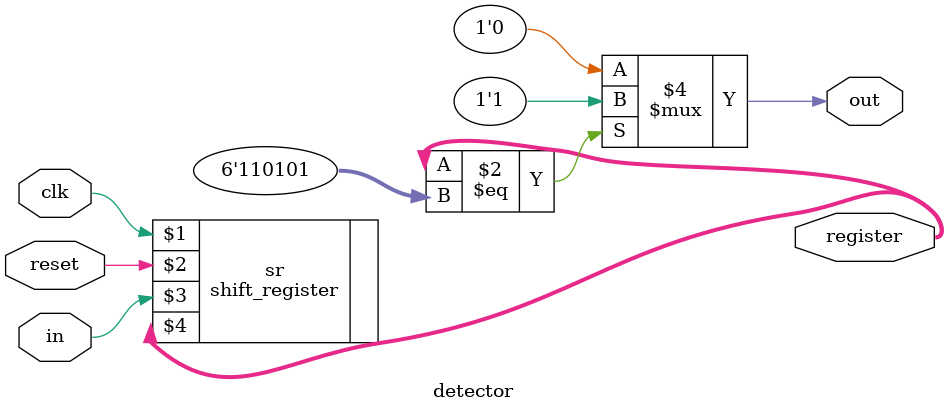
<source format=v>
module detector (clk, reset, in, out, register);
input clk, reset, in;
output out;
output [5:0] register;

reg out;
wire [5:0] register;

shift_register sr(clk, reset, in, register);

always @(register) begin
	if (register[5:0] == 6'b110101) // register stores reverse of 101011
		out <= 1;
	else
		out <= 0;
end
endmodule

</source>
